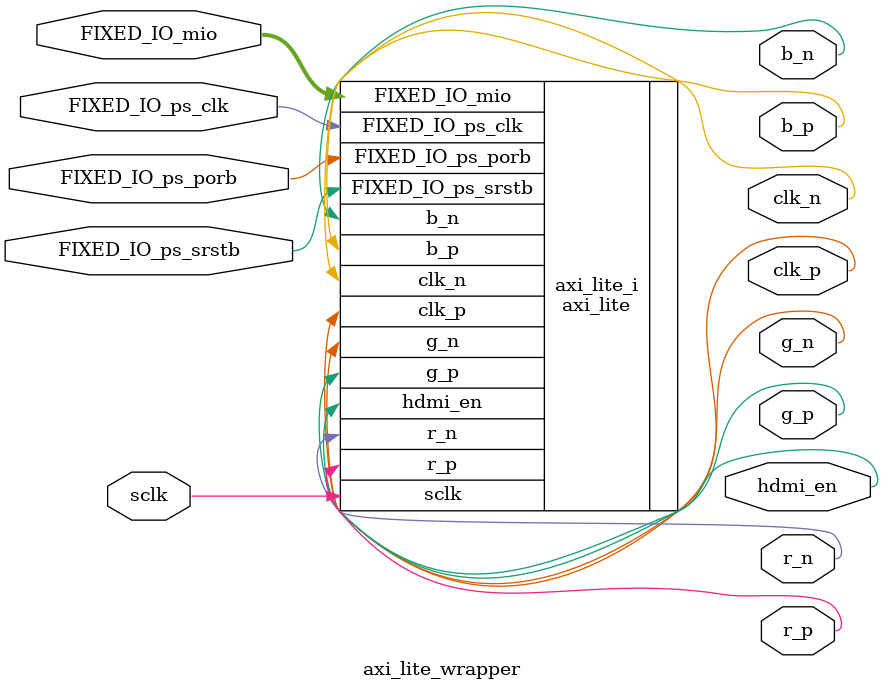
<source format=v>
`timescale 1 ps / 1 ps

module axi_lite_wrapper
   (FIXED_IO_mio,
    FIXED_IO_ps_clk,
    FIXED_IO_ps_porb,
    FIXED_IO_ps_srstb,
    b_n,
    b_p,
    clk_n,
    clk_p,
    g_n,
    g_p,
    hdmi_en,
    r_n,
    r_p,
    sclk);
  inout [53:0]FIXED_IO_mio;
  inout FIXED_IO_ps_clk;
  inout FIXED_IO_ps_porb;
  inout FIXED_IO_ps_srstb;
  output b_n;
  output b_p;
  output clk_n;
  output clk_p;
  output g_n;
  output g_p;
  output [0:0]hdmi_en;
  output r_n;
  output r_p;
  input sclk;

  wire [53:0]FIXED_IO_mio;
  wire FIXED_IO_ps_clk;
  wire FIXED_IO_ps_porb;
  wire FIXED_IO_ps_srstb;
  wire b_n;
  wire b_p;
  wire clk_n;
  wire clk_p;
  wire g_n;
  wire g_p;
  wire [0:0]hdmi_en;
  wire r_n;
  wire r_p;
  wire sclk;

  axi_lite axi_lite_i
       (.FIXED_IO_mio(FIXED_IO_mio),
        .FIXED_IO_ps_clk(FIXED_IO_ps_clk),
        .FIXED_IO_ps_porb(FIXED_IO_ps_porb),
        .FIXED_IO_ps_srstb(FIXED_IO_ps_srstb),
        .b_n(b_n),
        .b_p(b_p),
        .clk_n(clk_n),
        .clk_p(clk_p),
        .g_n(g_n),
        .g_p(g_p),
        .hdmi_en(hdmi_en),
        .r_n(r_n),
        .r_p(r_p),
        .sclk(sclk));
endmodule

</source>
